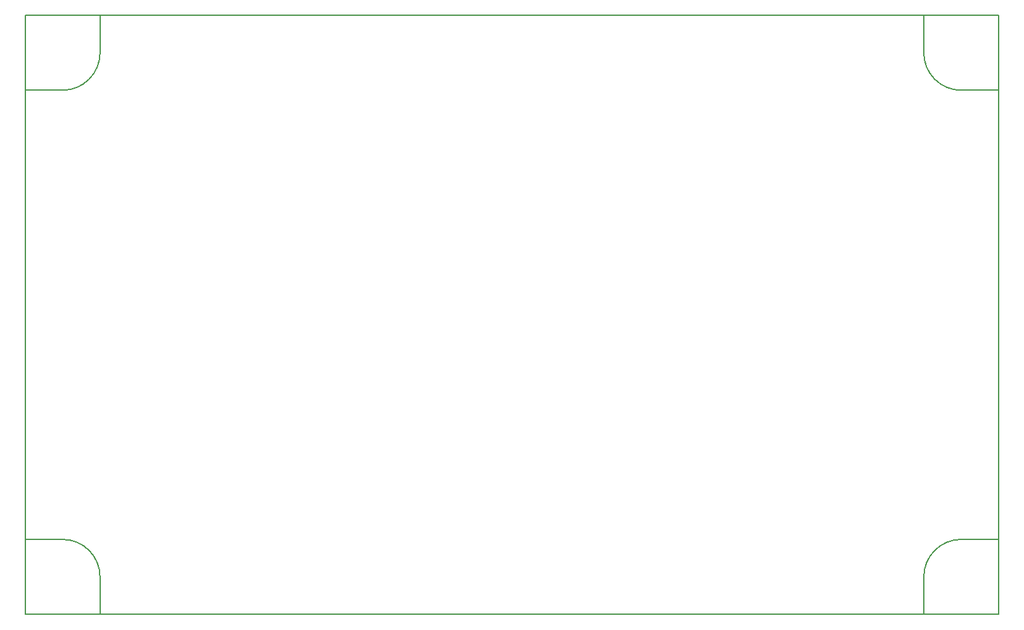
<source format=gko>
G04*
G04 #@! TF.GenerationSoftware,Altium Limited,Altium Designer,21.6.1 (37)*
G04*
G04 Layer_Color=16711935*
%FSLAX44Y44*%
%MOMM*%
G71*
G04*
G04 #@! TF.SameCoordinates,3233E1FD-44FA-4E4D-806F-7065AC5E4394*
G04*
G04*
G04 #@! TF.FilePolarity,Positive*
G04*
G01*
G75*
%ADD16C,0.2000*%
D16*
X1250000Y100000D02*
G03*
X1200000Y50000I0J-50000D01*
G01*
Y750000D02*
G03*
X1250000Y700000I50000J0D01*
G01*
X100000Y50000D02*
G03*
X50000Y100000I-50000J0D01*
G01*
Y700000D02*
G03*
X100000Y750000I0J50000D01*
G01*
X0Y800000D02*
X1300000D01*
Y0D02*
Y800000D01*
X0Y0D02*
Y800000D01*
Y0D02*
X1300000D01*
X1250000Y100000D02*
X1300000D01*
X1200000Y0D02*
Y50000D01*
X100000Y0D02*
Y50000D01*
X1250000Y700000D02*
X1300000D01*
X1200000Y750000D02*
Y800000D01*
X0Y100000D02*
X50000D01*
X0Y700000D02*
X50000D01*
X100000Y750000D02*
Y800000D01*
M02*

</source>
